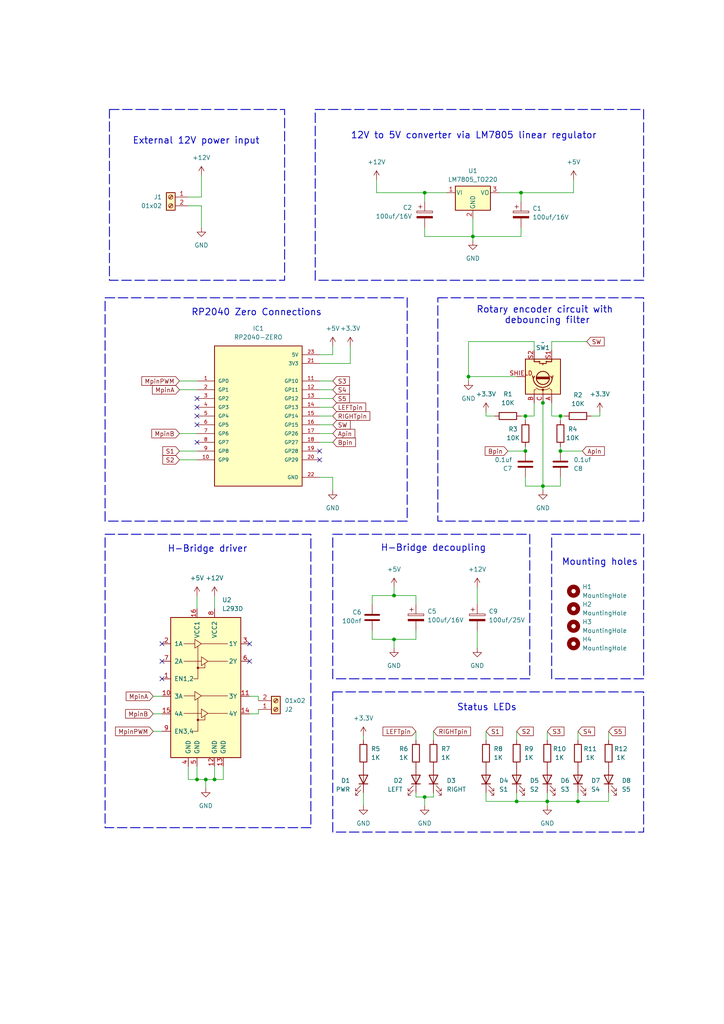
<source format=kicad_sch>
(kicad_sch (version 20231120) (generator "eeschema") (generator_version "8.0")
  (paper "A4" portrait)
  (title_block (title "Motor 12V STM Controller"))
  (lib_symbols
    (symbol "Connector:Screw_Terminal_01x02" (pin_names (offset 1.016) hide)
      (property "Reference" "J" (at 0 2.54 0))
      (property "Value" "Screw_Terminal_01x02" (at 0 -5.08 0))
      (symbol "Screw_Terminal_01x02_1_1"
        (rectangle (start -1.27 1.27) (end 1.27 -3.81) (stroke (width 0.254)) (fill (type background)))
        (circle (center 0 -2.54) (radius 0.635) (stroke (width 0.1524)))
        (polyline (pts (xy -0.5334 -2.2098) (xy 0.3302 -3.048)) (stroke (width 0.1524)))
        (polyline (pts (xy -0.5334 0.3302) (xy 0.3302 -0.508)) (stroke (width 0.1524)))
        (polyline (pts (xy -0.3556 -2.032) (xy 0.508 -2.8702)) (stroke (width 0.1524)))
        (polyline (pts (xy -0.3556 0.508) (xy 0.508 -0.3302)) (stroke (width 0.1524)))
        (circle (center 0 0) (radius 0.635) (stroke (width 0.1524)))
        (pin passive line (at -5.08 0 0) (length 3.81) (name "Pin_1") (number "1"))
        (pin passive line (at -5.08 -2.54 0) (length 3.81) (name "Pin_2") (number "2"))
      )
    )
    (symbol "Device:C" (pin_numbers hide) (pin_names (offset 0.254))
      (property "Reference" "C" (at 0.635 2.54 0))
      (property "Value" "C" (at 0.635 -2.54 0))
      (symbol "C_0_1"
        (polyline (pts (xy -2.032 -0.762) (xy 2.032 -0.762)) (stroke (width 0.508)))
        (polyline (pts (xy -2.032 0.762) (xy 2.032 0.762)) (stroke (width 0.508)))
      )
      (symbol "C_1_1"
        (pin passive line (at 0 3.81 270) (length 2.794) (name "~") (number "1"))
        (pin passive line (at 0 -3.81 90) (length 2.794) (name "~") (number "2"))
      )
    )
    (symbol "Device:C_Polarized" (pin_numbers hide) (pin_names (offset 0.254))
      (property "Reference" "C" (at 0.635 2.54 0))
      (property "Value" "C_Polarized" (at 0.635 -2.54 0))
      (symbol "C_Polarized_0_1"
        (rectangle (start -2.286 0.508) (end 2.286 1.016))
        (polyline (pts (xy -1.778 2.286) (xy -0.762 2.286)))
        (polyline (pts (xy -1.27 2.794) (xy -1.27 1.778)))
        (rectangle (start 2.286 -0.508) (end -2.286 -1.016) (fill (type outline)))
      )
      (symbol "C_Polarized_1_1"
        (pin passive line (at 0 3.81 270) (length 2.794) (name "~") (number "1"))
        (pin passive line (at 0 -3.81 90) (length 2.794) (name "~") (number "2"))
      )
    )
    (symbol "Device:LED" (pin_numbers hide) (pin_names (offset 1.016) hide)
      (property "Reference" "D" (at 0 2.54 0))
      (property "Value" "LED" (at 0 -2.54 0))
      (symbol "LED_0_1"
        (polyline (pts (xy -1.27 -1.27) (xy -1.27 1.27)) (stroke (width 0.254)))
        (polyline (pts (xy -1.27 0) (xy 1.27 0)))
        (polyline (pts (xy 1.27 -1.27) (xy 1.27 1.27) (xy -1.27 0) (xy 1.27 -1.27)) (stroke (width 0.254)))
        (polyline (pts (xy -3.048 -0.762) (xy -4.572 -2.286) (xy -3.81 -2.286) (xy -4.572 -2.286) (xy -4.572 -1.524)))
        (polyline (pts (xy -1.778 -0.762) (xy -3.302 -2.286) (xy -2.54 -2.286) (xy -3.302 -2.286) (xy -3.302 -1.524)))
      )
      (symbol "LED_1_1"
        (pin passive line (at -3.81 0 0) (length 2.54) (name "K") (number "1"))
        (pin passive line (at 3.81 0 180) (length 2.54) (name "A") (number "2"))
      )
    )
    (symbol "Device:R" (pin_numbers hide) (pin_names (offset 0))
      (property "Reference" "R" (at 2.032 0 90))
      (property "Value" "R" (at 0 0 90))
      (symbol "R_0_1"
        (rectangle (start -1.016 -2.54) (end 1.016 2.54) (stroke (width 0.254)))
      )
      (symbol "R_1_1"
        (pin passive line (at 0 3.81 270) (length 1.27) (name "~") (number "1"))
        (pin passive line (at 0 -3.81 90) (length 1.27) (name "~") (number "2"))
      )
    )
    (symbol "Device:RotaryEncoder_Switch" (pin_names (offset 0.254) hide)
      (property "Reference" "SW1" (at 8.382 0 90))
      (property "Value" "~" (at 9.906 0 90))
      (symbol "RotaryEncoder_Switch_0_1"
        (rectangle (start -5.08 5.08) (end 5.08 -5.08) (stroke (width 0.254)) (fill (type background)))
        (circle (center -3.81 0) (radius 0.254) (fill (type outline)))
        (circle (center -0.381 0) (radius 1.905) (stroke (width 0.254)))
        (arc (start -0.381 2.667) (mid -3.0988 -0.0635) (end -0.381 -2.794) (stroke (width 0.254)))
        (polyline (pts (xy -0.635 -1.778) (xy -0.635 1.778)) (stroke (width 0.254)))
        (polyline (pts (xy -0.381 -1.778) (xy -0.381 1.778)) (stroke (width 0.254)))
        (polyline (pts (xy -0.127 1.778) (xy -0.127 -1.778)) (stroke (width 0.254)))
        (polyline (pts (xy 3.81 0) (xy 3.429 0)) (stroke (width 0.254)))
        (polyline (pts (xy 3.81 1.016) (xy 3.81 -1.016)) (stroke (width 0.254)))
        (polyline (pts (xy -5.08 -2.54) (xy -3.81 -2.54) (xy -3.81 -2.032)))
        (polyline (pts (xy -5.08 2.54) (xy -3.81 2.54) (xy -3.81 2.032)))
        (polyline (pts (xy 0.254 -3.048) (xy -0.508 -2.794) (xy 0.127 -2.413)) (stroke (width 0.254)))
        (polyline (pts (xy 0.254 2.921) (xy -0.508 2.667) (xy 0.127 2.286)) (stroke (width 0.254)))
        (polyline (pts (xy 5.08 -2.54) (xy 4.318 -2.54) (xy 4.318 -1.016)) (stroke (width 0.254)))
        (polyline (pts (xy 5.08 2.54) (xy 4.318 2.54) (xy 4.318 1.016)) (stroke (width 0.254)))
        (polyline (pts (xy -5.08 0) (xy -3.81 0) (xy -3.81 -1.016) (xy -3.302 -2.032)))
        (polyline (pts (xy -4.318 0) (xy -3.81 0) (xy -3.81 1.016) (xy -3.302 2.032)))
        (circle (center 4.318 -1.016) (radius 0.127) (stroke (width 0.254)))
        (circle (center 4.318 1.016) (radius 0.127) (stroke (width 0.254)))
      )
      (symbol "RotaryEncoder_Switch_1_1"
        (pin passive line (at -7.62 2.54 0) (length 2.54) (name "A") (number "A"))
        (pin passive line (at -7.62 -2.54 0) (length 2.54) (name "B") (number "B"))
        (pin passive line (at -7.62 0 0) (length 2.54) (name "C") (number "C"))
        (pin passive line (at 7.62 2.54 180) (length 2.54) (name "S1") (number "S1"))
        (pin passive line (at 7.62 -2.54 180) (length 2.54) (name "S2") (number "S2"))
        (pin passive line (at 0 -7.62 90) (length 2.54) (name "SHIELD") (number "SHIELD"))
      )
    )
    (symbol "Driver_Motor:L293D" (pin_names (offset 1.016))
      (property "Reference" "U" (at -5.08 26.035 0))
      (property "Value" "L293D" (at -5.08 24.13 0))
      (symbol "L293D_0_1"
        (rectangle (start -10.16 22.86) (end 10.16 -17.78) (stroke (width 0.254)) (fill (type background)))
        (circle (center -2.286 -6.858) (radius 0.254) (fill (type outline)))
        (circle (center -2.286 8.255) (radius 0.254) (fill (type outline)))
        (polyline (pts (xy -6.35 -4.953) (xy -1.27 -4.953)))
        (polyline (pts (xy -6.35 0.127) (xy -3.175 0.127)))
        (polyline (pts (xy -6.35 10.16) (xy -1.27 10.16)))
        (polyline (pts (xy -6.35 15.24) (xy -3.175 15.24)))
        (polyline (pts (xy -1.27 0.127) (xy 6.35 0.127)))
        (polyline (pts (xy -1.27 15.24) (xy 6.35 15.24)))
        (polyline (pts (xy 0.635 -4.953) (xy 6.35 -4.953)))
        (polyline (pts (xy 0.635 10.16) (xy 6.35 10.16)))
        (polyline (pts (xy -2.286 -6.858) (xy -0.254 -6.858) (xy -0.254 -5.588)))
        (polyline (pts (xy -2.286 -0.635) (xy -2.286 -10.16) (xy -3.556 -10.16)))
        (polyline (pts (xy -2.286 8.255) (xy -0.254 8.255) (xy -0.254 9.525)))
        (polyline (pts (xy -2.286 14.478) (xy -2.286 5.08) (xy -3.556 5.08)))
        (polyline (pts (xy -3.175 1.397) (xy -3.175 -1.143) (xy -1.27 0.127) (xy -3.175 1.397)))
        (polyline (pts (xy -3.175 16.51) (xy -3.175 13.97) (xy -1.27 15.24) (xy -3.175 16.51)))
        (polyline (pts (xy -1.27 -3.683) (xy -1.27 -6.223) (xy 0.635 -4.953) (xy -1.27 -3.683)))
        (polyline (pts (xy -1.27 11.43) (xy -1.27 8.89) (xy 0.635 10.16) (xy -1.27 11.43)))
      )
      (symbol "L293D_1_1"
        (pin input line (at -12.7 5.08 0) (length 2.54) (name "EN1,2") (number "1"))
        (pin input line (at -12.7 0 0) (length 2.54) (name "3A") (number "10"))
        (pin output line (at 12.7 0 180) (length 2.54) (name "3Y") (number "11"))
        (pin power_in line (at 2.54 -20.32 90) (length 2.54) (name "GND") (number "12"))
        (pin power_in line (at 5.08 -20.32 90) (length 2.54) (name "GND") (number "13"))
        (pin output line (at 12.7 -5.08 180) (length 2.54) (name "4Y") (number "14"))
        (pin input line (at -12.7 -5.08 0) (length 2.54) (name "4A") (number "15"))
        (pin power_in line (at -2.54 25.4 270) (length 2.54) (name "VCC1") (number "16"))
        (pin input line (at -12.7 15.24 0) (length 2.54) (name "1A") (number "2"))
        (pin output line (at 12.7 15.24 180) (length 2.54) (name "1Y") (number "3"))
        (pin power_in line (at -5.08 -20.32 90) (length 2.54) (name "GND") (number "4"))
        (pin power_in line (at -2.54 -20.32 90) (length 2.54) (name "GND") (number "5"))
        (pin output line (at 12.7 10.16 180) (length 2.54) (name "2Y") (number "6"))
        (pin input line (at -12.7 10.16 0) (length 2.54) (name "2A") (number "7"))
        (pin power_in line (at 2.54 25.4 270) (length 2.54) (name "VCC2") (number "8"))
        (pin input line (at -12.7 -10.16 0) (length 2.54) (name "EN3,4") (number "9"))
      )
    )
    (symbol "Mechanical:MountingHole" (pin_names (offset 1.016)) (exclude_from_sim yes) (in_bom no)
      (property "Reference" "H" (at 0 5.08 0))
      (property "Value" "MountingHole" (at 0 3.175 0))
      (symbol "MountingHole_0_1"
        (circle (center 0 0) (radius 1.27) (stroke (width 1.27)))
      )
    )
    (symbol "RP2040-ZERO:RP2040-ZERO" (pin_names (offset 1.016))
      (property "Reference" "U" (at -12.7 21.082 0))
      (property "Value" "RP2040-ZERO" (at -12.7 -22.86 0))
      (symbol "RP2040-ZERO_0_0"
        (rectangle (start -12.7 -20.32) (end 12.7 20.32) (stroke (width 0.254)) (fill (type background)))
        (pin bidirectional line (at -17.78 10.16 0) (length 5.08) (name "GP0") (number "1"))
        (pin bidirectional line (at -17.78 -12.7 0) (length 5.08) (name "GP9") (number "10"))
        (pin bidirectional line (at 17.78 10.16 180) (length 5.08) (name "GP10") (number "11"))
        (pin bidirectional line (at 17.78 7.62 180) (length 5.08) (name "GP11") (number "12"))
        (pin bidirectional line (at 17.78 5.08 180) (length 5.08) (name "GP12") (number "13"))
        (pin bidirectional line (at 17.78 2.54 180) (length 5.08) (name "GP13") (number "14"))
        (pin bidirectional line (at 17.78 0 180) (length 5.08) (name "GP14") (number "15"))
        (pin bidirectional line (at 17.78 -2.54 180) (length 5.08) (name "GP15") (number "16"))
        (pin bidirectional line (at 17.78 -5.08 180) (length 5.08) (name "GP26") (number "17"))
        (pin bidirectional line (at 17.78 -7.62 180) (length 5.08) (name "GP27") (number "18"))
        (pin bidirectional line (at 17.78 -10.16 180) (length 5.08) (name "GP28") (number "19"))
        (pin bidirectional line (at -17.78 7.62 0) (length 5.08) (name "GP1") (number "2"))
        (pin bidirectional line (at 17.78 -12.7 180) (length 5.08) (name "GP29") (number "20"))
        (pin power_in line (at 17.78 15.24 180) (length 5.08) (name "3V3") (number "21"))
        (pin power_in line (at 17.78 -17.78 180) (length 5.08) (name "GND") (number "22"))
        (pin power_in line (at 17.78 17.78 180) (length 5.08) (name "5V") (number "23"))
        (pin bidirectional line (at -17.78 5.08 0) (length 5.08) (name "GP2") (number "3"))
        (pin bidirectional line (at -17.78 2.54 0) (length 5.08) (name "GP3") (number "4"))
        (pin bidirectional line (at -17.78 0 0) (length 5.08) (name "GP4") (number "5"))
        (pin bidirectional line (at -17.78 -2.54 0) (length 5.08) (name "GP5") (number "6"))
        (pin bidirectional line (at -17.78 -5.08 0) (length 5.08) (name "GP6") (number "7"))
        (pin bidirectional line (at -17.78 -7.62 0) (length 5.08) (name "GP7") (number "8"))
        (pin bidirectional line (at -17.78 -10.16 0) (length 5.08) (name "GP8") (number "9"))
      )
    )
    (symbol "Regulator_Linear:LM7805_TO220" (pin_names (offset 0.254))
      (property "Reference" "U" (at -3.81 3.175 0))
      (property "Value" "LM7805_TO220" (at 0 3.175 0))
      (symbol "LM7805_TO220_0_1"
        (rectangle (start -5.08 1.905) (end 5.08 -5.08) (stroke (width 0.254)) (fill (type background)))
      )
      (symbol "LM7805_TO220_1_1"
        (pin power_in line (at -7.62 0 0) (length 2.54) (name "VI") (number "1"))
        (pin power_in line (at 0 -7.62 90) (length 2.54) (name "GND") (number "2"))
        (pin power_out line (at 7.62 0 180) (length 2.54) (name "VO") (number "3"))
      )
    )
    (symbol "power:+12V" (power) (pin_numbers hide) (pin_names (offset 0) hide)
      (property "Value" "+12V" (at 0 3.556 0))
      (symbol "+12V_0_1"
        (polyline (pts (xy -0.762 1.27) (xy 0 2.54)))
        (polyline (pts (xy 0 0) (xy 0 2.54)))
        (polyline (pts (xy 0 2.54) (xy 0.762 1.27)))
      )
      (symbol "+12V_1_1"
        (pin power_in line (at 0 0 90) (length 0) (name "~") (number "1"))
      )
    )
    (symbol "power:+3.3V" (power) (pin_numbers hide) (pin_names (offset 0) hide)
      (property "Value" "+3.3V" (at 0 3.556 0))
      (symbol "+3.3V_0_1"
        (polyline (pts (xy -0.762 1.27) (xy 0 2.54)))
        (polyline (pts (xy 0 0) (xy 0 2.54)))
        (polyline (pts (xy 0 2.54) (xy 0.762 1.27)))
      )
      (symbol "+3.3V_1_1"
        (pin power_in line (at 0 0 90) (length 0) (name "~") (number "1"))
      )
    )
    (symbol "power:+5V" (power) (pin_numbers hide) (pin_names (offset 0) hide)
      (property "Value" "+5V" (at 0 3.556 0))
      (symbol "+5V_0_1"
        (polyline (pts (xy -0.762 1.27) (xy 0 2.54)))
        (polyline (pts (xy 0 0) (xy 0 2.54)))
        (polyline (pts (xy 0 2.54) (xy 0.762 1.27)))
      )
      (symbol "+5V_1_1"
        (pin power_in line (at 0 0 90) (length 0) (name "~") (number "1"))
      )
    )
    (symbol "power:GND" (power) (pin_numbers hide) (pin_names (offset 0) hide)
      (property "Value" "GND" (at 0 -3.81 0))
      (symbol "GND_0_1"
        (polyline (pts (xy 0 0) (xy 0 -1.27) (xy 1.27 -1.27) (xy 0 -2.54) (xy -1.27 -1.27) (xy 0 -1.27)))
      )
      (symbol "GND_1_1"
        (pin power_in line (at 0 0 270) (length 0) (name "~") (number "1"))
      )
    )
  )
  (junction (at 158.75 232.41))
  (junction (at 151.13 55.88))
  (junction (at 59.69 226.06))
  (junction (at 157.48 116.84))
  (junction (at 152.4 120.65))
  (junction (at 167.64 232.41))
  (junction (at 162.56 120.65))
  (junction (at 135.89 109.22))
  (junction (at 114.3 172.72))
  (junction (at 149.86 232.41))
  (junction (at 62.23 226.06))
  (junction (at 137.16 68.58))
  (junction (at 157.48 140.97))
  (junction (at 123.19 231.14))
  (junction (at 123.19 55.88))
  (junction (at 57.15 226.06))
  (junction (at 114.3 185.42))
  (junction (at 152.4 130.81))
  (junction (at 162.56 130.81))
  (no_connect (at 46.99 191.77))
  (no_connect (at 92.71 133.35))
  (no_connect (at 72.39 186.69))
  (no_connect (at 72.39 191.77))
  (no_connect (at 92.71 130.81))
  (no_connect (at 46.99 186.69))
  (no_connect (at 46.99 196.85))
  (no_connect (at 57.15 115.57))
  (no_connect (at 57.15 123.19))
  (no_connect (at 57.15 118.11))
  (no_connect (at 57.15 120.65))
  (no_connect (at 57.15 128.27))
  (wire (pts (xy 147.32 130.81) (xy 152.4 130.81)))
  (wire (pts (xy 92.71 120.65) (xy 96.52 120.65)))
  (wire (pts (xy 160.02 116.84) (xy 160.02 120.65)))
  (wire (pts (xy 92.71 123.19) (xy 96.52 123.19)))
  (wire (pts (xy 74.93 207.01) (xy 74.93 205.74)))
  (wire (pts (xy 92.71 128.27) (xy 96.52 128.27)))
  (wire (pts (xy 96.52 102.87) (xy 92.71 102.87)))
  (wire (pts (xy 92.71 125.73) (xy 96.52 125.73)))
  (wire (pts (xy 135.89 110.49) (xy 135.89 109.22)))
  (wire (pts (xy 176.53 229.87) (xy 176.53 232.41)))
  (wire (pts (xy 57.15 222.25) (xy 57.15 226.06)))
  (wire (pts (xy 157.48 116.84) (xy 157.48 140.97)))
  (wire (pts (xy 151.13 66.04) (xy 151.13 68.58)))
  (wire (pts (xy 149.86 229.87) (xy 149.86 232.41)))
  (wire (pts (xy 92.71 113.03) (xy 96.52 113.03)))
  (wire (pts (xy 107.95 175.26) (xy 107.95 172.72)))
  (wire (pts (xy 58.42 50.8) (xy 58.42 57.15)))
  (wire (pts (xy 140.97 232.41) (xy 149.86 232.41)))
  (wire (pts (xy 105.41 213.36) (xy 105.41 214.63)))
  (wire (pts (xy 62.23 226.06) (xy 59.69 226.06)))
  (wire (pts (xy 135.89 109.22) (xy 149.86 109.22)))
  (wire (pts (xy 157.48 115.57) (xy 157.48 116.84)))
  (wire (pts (xy 135.89 99.06) (xy 154.94 99.06)))
  (wire (pts (xy 158.75 229.87) (xy 158.75 232.41)))
  (wire (pts (xy 54.61 226.06) (xy 57.15 226.06)))
  (wire (pts (xy 123.19 55.88) (xy 123.19 58.42)))
  (wire (pts (xy 160.02 101.6) (xy 160.02 99.06)))
  (wire (pts (xy 92.71 115.57) (xy 96.52 115.57)))
  (wire (pts (xy 92.71 118.11) (xy 96.52 118.11)))
  (wire (pts (xy 160.02 99.06) (xy 170.18 99.06)))
  (wire (pts (xy 138.43 170.18) (xy 138.43 175.26)))
  (wire (pts (xy 167.64 232.41) (xy 176.53 232.41)))
  (wire (pts (xy 96.52 100.33) (xy 96.52 102.87)))
  (wire (pts (xy 123.19 231.14) (xy 123.19 233.68)))
  (wire (pts (xy 151.13 68.58) (xy 137.16 68.58)))
  (wire (pts (xy 167.64 212.09) (xy 167.64 214.63)))
  (wire (pts (xy 92.71 105.41) (xy 101.6 105.41)))
  (wire (pts (xy 167.64 229.87) (xy 167.64 232.41)))
  (wire (pts (xy 114.3 185.42) (xy 114.3 187.96)))
  (wire (pts (xy 57.15 226.06) (xy 59.69 226.06)))
  (wire (pts (xy 162.56 140.97) (xy 157.48 140.97)))
  (wire (pts (xy 120.65 182.88) (xy 120.65 185.42)))
  (wire (pts (xy 144.78 55.88) (xy 151.13 55.88)))
  (wire (pts (xy 120.65 212.09) (xy 120.65 214.63)))
  (wire (pts (xy 107.95 185.42) (xy 114.3 185.42)))
  (wire (pts (xy 109.22 55.88) (xy 109.22 52.07)))
  (wire (pts (xy 52.07 133.35) (xy 57.15 133.35)))
  (wire (pts (xy 74.93 201.93) (xy 74.93 203.2)))
  (wire (pts (xy 58.42 57.15) (xy 54.61 57.15)))
  (wire (pts (xy 44.45 212.09) (xy 46.99 212.09)))
  (wire (pts (xy 64.77 222.25) (xy 64.77 226.06)))
  (wire (pts (xy 158.75 232.41) (xy 167.64 232.41)))
  (wire (pts (xy 160.02 120.65) (xy 162.56 120.65)))
  (wire (pts (xy 58.42 59.69) (xy 54.61 59.69)))
  (wire (pts (xy 120.65 175.26) (xy 120.65 172.72)))
  (wire (pts (xy 173.99 120.65) (xy 173.99 119.38)))
  (wire (pts (xy 62.23 172.72) (xy 62.23 176.53)))
  (wire (pts (xy 138.43 182.88) (xy 138.43 187.96)))
  (wire (pts (xy 176.53 212.09) (xy 176.53 214.63)))
  (wire (pts (xy 152.4 120.65) (xy 154.94 120.65)))
  (wire (pts (xy 151.13 55.88) (xy 151.13 58.42)))
  (wire (pts (xy 54.61 222.25) (xy 54.61 226.06)))
  (wire (pts (xy 154.94 116.84) (xy 154.94 120.65)))
  (wire (pts (xy 92.71 110.49) (xy 96.52 110.49)))
  (wire (pts (xy 149.86 232.41) (xy 158.75 232.41)))
  (wire (pts (xy 152.4 120.65) (xy 152.4 121.92)))
  (wire (pts (xy 151.13 120.65) (xy 152.4 120.65)))
  (wire (pts (xy 96.52 138.43) (xy 92.71 138.43)))
  (wire (pts (xy 101.6 105.41) (xy 101.6 100.33)))
  (wire (pts (xy 125.73 229.87) (xy 125.73 231.14)))
  (wire (pts (xy 162.56 129.54) (xy 162.56 130.81)))
  (wire (pts (xy 58.42 66.04) (xy 58.42 59.69)))
  (wire (pts (xy 135.89 109.22) (xy 135.89 99.06)))
  (wire (pts (xy 120.65 185.42) (xy 114.3 185.42)))
  (wire (pts (xy 123.19 55.88) (xy 129.54 55.88)))
  (wire (pts (xy 120.65 231.14) (xy 123.19 231.14)))
  (wire (pts (xy 143.51 120.65) (xy 140.97 120.65)))
  (wire (pts (xy 137.16 63.5) (xy 137.16 68.58)))
  (wire (pts (xy 162.56 138.43) (xy 162.56 140.97)))
  (wire (pts (xy 105.41 229.87) (xy 105.41 233.68)))
  (wire (pts (xy 171.45 120.65) (xy 173.99 120.65)))
  (wire (pts (xy 114.3 172.72) (xy 114.3 170.18)))
  (wire (pts (xy 52.07 125.73) (xy 57.15 125.73)))
  (wire (pts (xy 123.19 66.04) (xy 123.19 68.58)))
  (wire (pts (xy 109.22 55.88) (xy 123.19 55.88)))
  (wire (pts (xy 157.48 140.97) (xy 157.48 142.24)))
  (wire (pts (xy 52.07 130.81) (xy 57.15 130.81)))
  (wire (pts (xy 44.45 201.93) (xy 46.99 201.93)))
  (wire (pts (xy 107.95 182.88) (xy 107.95 185.42)))
  (wire (pts (xy 59.69 228.6) (xy 59.69 226.06)))
  (wire (pts (xy 162.56 120.65) (xy 162.56 121.92)))
  (wire (pts (xy 149.86 212.09) (xy 149.86 214.63)))
  (wire (pts (xy 64.77 226.06) (xy 62.23 226.06)))
  (wire (pts (xy 107.95 172.72) (xy 114.3 172.72)))
  (wire (pts (xy 137.16 68.58) (xy 123.19 68.58)))
  (wire (pts (xy 125.73 212.09) (xy 125.73 214.63)))
  (wire (pts (xy 162.56 130.81) (xy 168.91 130.81)))
  (wire (pts (xy 154.94 99.06) (xy 154.94 101.6)))
  (wire (pts (xy 151.13 55.88) (xy 166.37 55.88)))
  (wire (pts (xy 140.97 229.87) (xy 140.97 232.41)))
  (wire (pts (xy 52.07 113.03) (xy 57.15 113.03)))
  (wire (pts (xy 137.16 68.58) (xy 137.16 69.85)))
  (wire (pts (xy 62.23 222.25) (xy 62.23 226.06)))
  (wire (pts (xy 158.75 232.41) (xy 158.75 233.68)))
  (wire (pts (xy 158.75 212.09) (xy 158.75 214.63)))
  (wire (pts (xy 140.97 212.09) (xy 140.97 214.63)))
  (wire (pts (xy 52.07 110.49) (xy 57.15 110.49)))
  (wire (pts (xy 57.15 172.72) (xy 57.15 176.53)))
  (wire (pts (xy 152.4 138.43) (xy 152.4 140.97)))
  (wire (pts (xy 152.4 129.54) (xy 152.4 130.81)))
  (wire (pts (xy 72.39 201.93) (xy 74.93 201.93)))
  (wire (pts (xy 96.52 142.24) (xy 96.52 138.43)))
  (wire (pts (xy 152.4 140.97) (xy 157.48 140.97)))
  (wire (pts (xy 125.73 231.14) (xy 123.19 231.14)))
  (wire (pts (xy 162.56 120.65) (xy 163.83 120.65)))
  (wire (pts (xy 166.37 52.07) (xy 166.37 55.88)))
  (wire (pts (xy 120.65 172.72) (xy 114.3 172.72)))
  (wire (pts (xy 44.45 207.01) (xy 46.99 207.01)))
  (wire (pts (xy 140.97 120.65) (xy 140.97 119.38)))
  (wire (pts (xy 120.65 229.87) (xy 120.65 231.14)))
  (wire (pts (xy 72.39 207.01) (xy 74.93 207.01)))
  (rectangle (start 30.48 86.36) (end 118.11 151.13) (stroke (width 0.254) (type dash)))
  (rectangle (start 31.75 31.75) (end 82.55 81.28) (stroke (width 0.254) (type dash)))
  (rectangle (start 91.44 31.75) (end 186.69 81.28) (stroke (width 0.254) (type dash)))
  (rectangle (start 160.02 154.94) (end 186.69 196.85) (stroke (width 0.254) (type dash)))
  (rectangle (start 127 86.36) (end 186.69 151.13) (stroke (width 0.254) (type dash)))
  (rectangle (start 96.52 200.66) (end 186.69 241.3) (stroke (width 0.254) (type dash)))
  (rectangle (start 30.48 154.94) (end 90.17 240.03) (stroke (width 0.254) (type dash)))
  (rectangle (start 96.52 154.94) (end 153.67 196.85) (stroke (width 0.254) (type dash)))
  (text "Mounting holes" (at 173.99 163.068 0) (effects (font (size 1.905 1.905) (thickness 0.2381))))
  (text "Rotary encoder circuit with \ndebouncing filter" (at 158.75 91.44 0) (effects (font (size 1.905 1.905) (thickness 0.2381))))
  (text "12V to 5V converter via LM7805 linear regulator" (at 137.414 39.37 0) (effects (font (size 1.905 1.905) (thickness 0.2381))))
  (text "External 12V power input" (at 56.896 40.894 0) (effects (font (size 1.905 1.905) (thickness 0.2381))))
  (text "RP2040 Zero Connections" (at 74.422 90.678 0) (effects (font (size 1.905 1.905) (thickness 0.2381))))
  (text "H-Bridge decoupling" (at 125.73 159.004 0) (effects (font (size 1.905 1.905) (thickness 0.2381))))
  (text "H-Bridge driver" (at 60.198 159.258 0) (effects (font (size 1.905 1.905) (thickness 0.2381))))
  (text "Status LEDs" (at 141.224 205.232 0) (effects (font (size 1.905 1.905) (thickness 0.2381))))
  (global_label "MpinB" (shape input) (at 44.45 207.01 180) (property "Intersheetrefs" "${INTERSHEET_REFS}" (effects (hide yes))))
  (global_label "RIGHTpin" (shape input) (at 125.73 212.09 0) (property "Intersheetrefs" "${INTERSHEET_REFS}" (effects (hide yes))))
  (global_label "MpinA" (shape input) (at 44.45 201.93 180) (property "Intersheetrefs" "${INTERSHEET_REFS}" (effects (hide yes))))
  (global_label "Bpin" (shape input) (at 96.52 128.27 0) (property "Intersheetrefs" "${INTERSHEET_REFS}" (effects (hide yes))))
  (global_label "S3" (shape input) (at 158.75 212.09 0) (property "Intersheetrefs" "${INTERSHEET_REFS}" (effects (hide yes))))
  (global_label "Apin" (shape input) (at 96.52 125.73 0) (property "Intersheetrefs" "${INTERSHEET_REFS}" (effects (hide yes))))
  (global_label "S5" (shape input) (at 176.53 212.09 0) (property "Intersheetrefs" "${INTERSHEET_REFS}" (effects (hide yes))))
  (global_label "Bpin" (shape input) (at 147.32 130.81 180) (property "Intersheetrefs" "${INTERSHEET_REFS}" (effects (hide yes))))
  (global_label "MpinPWM" (shape input) (at 52.07 110.49 180) (property "Intersheetrefs" "${INTERSHEET_REFS}" (effects (hide yes))))
  (global_label "S2" (shape input) (at 149.86 212.09 0) (property "Intersheetrefs" "${INTERSHEET_REFS}" (effects (hide yes))))
  (global_label "LEFTpin" (shape input) (at 96.52 118.11 0) (property "Intersheetrefs" "${INTERSHEET_REFS}" (effects (hide yes))))
  (global_label "S4" (shape input) (at 167.64 212.09 0) (property "Intersheetrefs" "${INTERSHEET_REFS}" (effects (hide yes))))
  (global_label "S1" (shape input) (at 140.97 212.09 0) (property "Intersheetrefs" "${INTERSHEET_REFS}" (effects (hide yes))))
  (global_label "SW" (shape input) (at 96.52 123.19 0) (property "Intersheetrefs" "${INTERSHEET_REFS}" (effects (hide yes))))
  (global_label "MpinA" (shape input) (at 52.07 113.03 180) (property "Intersheetrefs" "${INTERSHEET_REFS}" (effects (hide yes))))
  (global_label "MpinPWM" (shape input) (at 44.45 212.09 180) (property "Intersheetrefs" "${INTERSHEET_REFS}" (effects (hide yes))))
  (global_label "S4" (shape input) (at 96.52 113.03 0) (property "Intersheetrefs" "${INTERSHEET_REFS}" (effects (hide yes))))
  (global_label "MpinB" (shape input) (at 52.07 125.73 180) (property "Intersheetrefs" "${INTERSHEET_REFS}" (effects (hide yes))))
  (global_label "SW" (shape input) (at 170.18 99.06 0) (property "Intersheetrefs" "${INTERSHEET_REFS}" (effects (hide yes))))
  (global_label "S3" (shape input) (at 96.52 110.49 0) (property "Intersheetrefs" "${INTERSHEET_REFS}" (effects (hide yes))))
  (global_label "Apin" (shape input) (at 168.91 130.81 0) (property "Intersheetrefs" "${INTERSHEET_REFS}" (effects (hide yes))))
  (global_label "RIGHTpin" (shape input) (at 96.52 120.65 0) (property "Intersheetrefs" "${INTERSHEET_REFS}" (effects (hide yes))))
  (global_label "S5" (shape input) (at 96.52 115.57 0) (property "Intersheetrefs" "${INTERSHEET_REFS}" (effects (hide yes))))
  (global_label "S1" (shape input) (at 52.07 130.81 180) (property "Intersheetrefs" "${INTERSHEET_REFS}" (effects (hide yes))))
  (global_label "S2" (shape input) (at 52.07 133.35 180) (property "Intersheetrefs" "${INTERSHEET_REFS}" (effects (hide yes))))
  (global_label "LEFTpin" (shape input) (at 120.65 212.09 180) (property "Intersheetrefs" "${INTERSHEET_REFS}" (effects (hide yes))))
  (symbol (lib_id "power:+12V") (at 58.42 50.8 0) (unit 1)
    (property "Reference" "#PWR020" (effects (hide yes)))
    (property "Value" "+12V" (at 58.42 45.72 0))
    (property "Description" "Power symbol creates a global label with name \"+12V\"" (effects (hide yes)))
  )
  (symbol (lib_id "Device:LED") (at 105.41 226.06 270) (mirror x) (unit 1)
    (property "Reference" "D1" (at 101.6 226.3774 90) (effects (justify right)))
    (property "Value" "PWR" (at 101.6 228.9174 90) (effects (justify right)))
    (property "Footprint" "LED_THT:LED_Rectangular_W5.0mm_H2.0mm" (effects (hide yes)))
    (property "Description" "Light emitting diode" (effects (hide yes)))
  )
  (symbol (lib_id "Device:LED") (at 176.53 226.06 90) (unit 1)
    (property "Reference" "D8" (at 180.34 226.3774 90) (effects (justify right)))
    (property "Value" "S5" (at 180.34 228.9174 90) (effects (justify right)))
    (property "Footprint" "LED_THT:LED_Rectangular_W5.0mm_H2.0mm" (effects (hide yes)))
    (property "Description" "Light emitting diode" (effects (hide yes)))
  )
  (symbol (lib_id "Device:R") (at 176.53 218.44 0) (unit 1)
    (property "Reference" "R12" (at 180.086 217.17 0))
    (property "Value" "1K" (at 180.086 219.71 0))
    (property "Footprint" "Resistor_THT:R_Axial_DIN0204_L3.6mm_D1.6mm_P2.54mm_Vertical" (effects (hide yes)))
    (property "Description" "Resistor" (effects (hide yes)))
  )
  (symbol (lib_id "power:+5V") (at 166.37 52.07 0) (unit 1)
    (property "Reference" "#PWR03" (effects (hide yes)))
    (property "Value" "+5V" (at 166.37 46.99 0))
    (property "Description" "Power symbol creates a global label with name \"+5V\"" (effects (hide yes)))
  )
  (symbol (lib_id "power:GND") (at 137.16 69.85 0) (unit 1)
    (property "Reference" "#PWR04" (effects (hide yes)))
    (property "Value" "GND" (at 137.16 74.93 0))
    (property "Description" "Power symbol creates a global label with name \"GND\" , ground" (effects (hide yes)))
  )
  (symbol (lib_id "power:GND") (at 114.3 187.96 0) (unit 1)
    (property "Reference" "#PWR06" (effects (hide yes)))
    (property "Value" "GND" (at 114.3 193.04 0))
    (property "Description" "Power symbol creates a global label with name \"GND\" , ground" (effects (hide yes)))
  )
  (symbol (lib_id "power:+12V") (at 109.22 52.07 0) (unit 1)
    (property "Reference" "#PWR02" (effects (hide yes)))
    (property "Value" "+12V" (at 109.22 46.99 0))
    (property "Description" "Power symbol creates a global label with name \"+12V\"" (effects (hide yes)))
  )
  (symbol (lib_id "power:+5V") (at 57.15 172.72 0) (unit 1)
    (property "Reference" "#PWR017" (effects (hide yes)))
    (property "Value" "+5V" (at 57.15 167.64 0))
    (property "Description" "Power symbol creates a global label with name \"+5V\"" (effects (hide yes)))
  )
  (symbol (lib_id "Connector:Screw_Terminal_01x02") (at 49.53 57.15 0) (mirror y) (unit 1)
    (property "Reference" "J1" (at 46.99 57.1499 0) (effects (justify left)))
    (property "Value" "01x02" (at 46.99 59.6899 0) (effects (justify left)))
    (property "Footprint" "TerminalBlock:TerminalBlock_Xinya_XY308-2.54-2P_1x02_P2.54mm_Horizontal" (effects (hide yes)))
    (property "Description" "Generic screw terminal, single row, 01x02, script generated (kicad-library-utils/schlib/autogen/connector/)" (effects (hide yes)))
  )
  (symbol (lib_id "power:GND") (at 123.19 233.68 0) (unit 1)
    (property "Reference" "#PWR014" (effects (hide yes)))
    (property "Value" "GND" (at 123.19 238.76 0))
    (property "Description" "Power symbol creates a global label with name \"GND\" , ground" (effects (hide yes)))
  )
  (symbol (lib_id "Device:C") (at 152.4 134.62 180) (unit 1)
    (property "Reference" "C7" (at 148.59 135.8901 0) (effects (justify left)))
    (property "Value" "0.1uf" (at 148.59 133.3501 0) (effects (justify left)))
    (property "Footprint" "Capacitor_THT:CP_Radial_D4.0mm_P1.50mm" (effects (hide yes)))
    (property "Description" "Unpolarized capacitor" (effects (hide yes)))
  )
  (symbol (lib_id "Device:R") (at 167.64 120.65 270) (mirror x) (unit 1)
    (property "Reference" "R2" (at 167.64 114.554 90))
    (property "Value" "10K" (at 167.64 117.094 90))
    (property "Footprint" "Resistor_THT:R_Axial_DIN0204_L3.6mm_D1.6mm_P2.54mm_Vertical" (effects (hide yes)))
    (property "Description" "Resistor" (effects (hide yes)))
  )
  (symbol (lib_id "power:GND") (at 96.52 142.24 0) (unit 1)
    (property "Reference" "#PWR012" (effects (hide yes)))
    (property "Value" "GND" (at 96.52 147.32 0))
    (property "Description" "Power symbol creates a global label with name \"GND\" , ground" (effects (hide yes)))
  )
  (symbol (lib_id "Device:R") (at 149.86 218.44 0) (unit 1)
    (property "Reference" "R9" (at 153.416 217.17 0))
    (property "Value" "1K" (at 153.416 219.71 0))
    (property "Footprint" "Resistor_THT:R_Axial_DIN0204_L3.6mm_D1.6mm_P2.54mm_Vertical" (effects (hide yes)))
    (property "Description" "Resistor" (effects (hide yes)))
  )
  (symbol (lib_id "Mechanical:MountingHole") (at 166.37 171.45 0) (unit 1) (exclude_from_sim yes) (in_bom no)
    (property "Reference" "H1" (at 168.91 170.1799 0) (effects (justify left)))
    (property "Value" "MountingHole" (at 168.91 172.7199 0) (effects (justify left)))
    (property "Footprint" "MountingHole:MountingHole_2.2mm_M2" (effects (hide yes)))
    (property "Description" "Mounting Hole without connection" (effects (hide yes)))
  )
  (symbol (lib_id "Device:R") (at 167.64 218.44 0) (unit 1)
    (property "Reference" "R11" (at 171.196 217.17 0))
    (property "Value" "1K" (at 171.196 219.71 0))
    (property "Footprint" "Resistor_THT:R_Axial_DIN0204_L3.6mm_D1.6mm_P2.54mm_Vertical" (effects (hide yes)))
    (property "Description" "Resistor" (effects (hide yes)))
  )
  (symbol (lib_id "power:+3.3V") (at 173.99 119.38 0) (unit 1)
    (property "Reference" "#PWR09" (effects (hide yes)))
    (property "Value" "+3.3V" (at 173.99 114.3 0))
    (property "Description" "Power symbol creates a global label with name \"+3.3V\"" (effects (hide yes)))
  )
  (symbol (lib_id "Device:R") (at 140.97 218.44 0) (unit 1)
    (property "Reference" "R8" (at 144.526 217.17 0))
    (property "Value" "1K" (at 144.526 219.71 0))
    (property "Footprint" "Resistor_THT:R_Axial_DIN0204_L3.6mm_D1.6mm_P2.54mm_Vertical" (effects (hide yes)))
    (property "Description" "Resistor" (effects (hide yes)))
  )
  (symbol (lib_id "Device:RotaryEncoder_Switch") (at 157.48 109.22 270) (mirror x) (unit 1)
    (property "Reference" "SW1" (at 157.48 100.838 90))
    (property "Value" "~" (at 157.48 99.314 90))
    (property "Footprint" "PEC11R-4215F-S0024:XDCR_PEC11R-4215F-S0024" (effects (hide yes)))
    (property "Description" "Rotary encoder, dual channel, incremental quadrate outputs, with switch" (effects (hide yes)))
  )
  (symbol (lib_id "Regulator_Linear:LM7805_TO220") (at 137.16 55.88 0) (unit 1)
    (property "Reference" "U1" (at 137.16 49.53 0))
    (property "Value" "LM7805_TO220" (at 137.16 52.07 0))
    (property "Footprint" "Package_TO_SOT_THT:TO-220-3_Vertical" (effects (hide yes)))
    (property "Datasheet" "https://www.onsemi.cn/PowerSolutions/document/MC7800-D.PDF" (effects (hide yes)))
    (property "Description" "Positive 1A 35V Linear Regulator, Fixed Output 5V, TO-220" (effects (hide yes)))
  )
  (symbol (lib_id "power:+3.3V") (at 101.6 100.33 0) (unit 1)
    (property "Reference" "#PWR022" (effects (hide yes)))
    (property "Value" "+3.3V" (at 101.6 95.25 0))
    (property "Description" "Power symbol creates a global label with name \"+3.3V\"" (effects (hide yes)))
  )
  (symbol (lib_id "power:+5V") (at 138.43 170.18 0) (unit 1)
    (property "Reference" "#PWR023" (effects (hide yes)))
    (property "Value" "+12V" (at 138.43 165.1 0))
    (property "Description" "Power symbol creates a global label with name \"+5V\"" (effects (hide yes)))
  )
  (symbol (lib_id "Device:R") (at 120.65 218.44 0) (mirror y) (unit 1)
    (property "Reference" "R6" (at 117.094 217.17 0))
    (property "Value" "1K" (at 117.094 219.71 0))
    (property "Footprint" "Resistor_THT:R_Axial_DIN0204_L3.6mm_D1.6mm_P2.54mm_Vertical" (effects (hide yes)))
    (property "Description" "Resistor" (effects (hide yes)))
  )
  (symbol (lib_id "Device:LED") (at 140.97 226.06 90) (unit 1)
    (property "Reference" "D4" (at 144.78 226.3774 90) (effects (justify right)))
    (property "Value" "S1" (at 144.78 228.9174 90) (effects (justify right)))
    (property "Footprint" "LED_THT:LED_Rectangular_W5.0mm_H2.0mm" (effects (hide yes)))
    (property "Description" "Light emitting diode" (effects (hide yes)))
  )
  (symbol (lib_id "Device:LED") (at 125.73 226.06 90) (unit 1)
    (property "Reference" "D3" (at 129.54 226.3774 90) (effects (justify right)))
    (property "Value" "RIGHT" (at 129.54 228.9174 90) (effects (justify right)))
    (property "Footprint" "LED_THT:LED_Rectangular_W5.0mm_H2.0mm" (effects (hide yes)))
    (property "Description" "Light emitting diode" (effects (hide yes)))
  )
  (symbol (lib_id "power:+5V") (at 96.52 100.33 0) (unit 1)
    (property "Reference" "#PWR011" (effects (hide yes)))
    (property "Value" "+5V" (at 96.52 95.25 0))
    (property "Description" "Power symbol creates a global label with name \"+5V\"" (effects (hide yes)))
  )
  (symbol (lib_id "power:GND") (at 58.42 66.04 0) (unit 1)
    (property "Reference" "#PWR021" (effects (hide yes)))
    (property "Value" "GND" (at 58.42 71.12 0))
    (property "Description" "Power symbol creates a global label with name \"GND\" , ground" (effects (hide yes)))
  )
  (symbol (lib_id "Device:C") (at 107.95 179.07 0) (mirror y) (unit 1)
    (property "Reference" "C6" (at 104.902 177.546 0) (effects (justify left)))
    (property "Value" "100nf" (at 104.902 180.086 0) (effects (justify left)))
    (property "Footprint" "Capacitor_THT:CP_Radial_D4.0mm_P1.50mm" (effects (hide yes)))
    (property "Description" "Unpolarized capacitor" (effects (hide yes)))
  )
  (symbol (lib_id "Mechanical:MountingHole") (at 166.37 181.61 0) (unit 1) (exclude_from_sim yes) (in_bom no)
    (property "Reference" "H3" (at 168.91 180.3399 0) (effects (justify left)))
    (property "Value" "MountingHole" (at 168.91 182.8799 0) (effects (justify left)))
    (property "Footprint" "MountingHole:MountingHole_2.2mm_M2" (effects (hide yes)))
    (property "Description" "Mounting Hole without connection" (effects (hide yes)))
  )
  (symbol (lib_id "power:GND") (at 135.89 110.49 0) (unit 1)
    (property "Reference" "#PWR010" (effects (hide yes)))
    (property "Value" "GND" (at 135.89 115.57 0))
    (property "Description" "Power symbol creates a global label with name \"GND\" , ground" (effects (hide yes)))
  )
  (symbol (lib_id "power:GND") (at 59.69 228.6 0) (unit 1)
    (property "Reference" "#PWR019" (effects (hide yes)))
    (property "Value" "GND" (at 59.69 233.68 0))
    (property "Description" "Power symbol creates a global label with name \"GND\" , ground" (effects (hide yes)))
  )
  (symbol (lib_id "Device:R") (at 152.4 125.73 0) (mirror y) (unit 1)
    (property "Reference" "R3" (at 148.844 124.46 0))
    (property "Value" "10K" (at 148.844 127 0))
    (property "Footprint" "Resistor_THT:R_Axial_DIN0204_L3.6mm_D1.6mm_P2.54mm_Vertical" (effects (hide yes)))
    (property "Description" "Resistor" (effects (hide yes)))
  )
  (symbol (lib_id "Device:C_Polarized") (at 151.13 62.23 0) (unit 1)
    (property "Reference" "C1" (at 154.432 60.452 0) (effects (justify left)))
    (property "Value" "100uf/16V" (at 154.432 62.992 0) (effects (justify left)))
    (property "Footprint" "Capacitor_THT:CP_Radial_D4.0mm_P1.50mm" (effects (hide yes)))
    (property "Description" "Polarized capacitor" (effects (hide yes)))
  )
  (symbol (lib_id "Mechanical:MountingHole") (at 166.37 186.69 0) (unit 1) (exclude_from_sim yes) (in_bom no)
    (property "Reference" "H4" (at 168.91 185.4199 0) (effects (justify left)))
    (property "Value" "MountingHole" (at 168.91 187.9599 0) (effects (justify left)))
    (property "Footprint" "MountingHole:MountingHole_2.2mm_M2" (effects (hide yes)))
    (property "Description" "Mounting Hole without connection" (effects (hide yes)))
  )
  (symbol (lib_id "power:GND") (at 157.48 142.24 0) (unit 1)
    (property "Reference" "#PWR07" (effects (hide yes)))
    (property "Value" "GND" (at 157.48 147.32 0))
    (property "Description" "Power symbol creates a global label with name \"GND\" , ground" (effects (hide yes)))
  )
  (symbol (lib_id "Device:R") (at 147.32 120.65 90) (unit 1)
    (property "Reference" "R1" (at 147.32 114.3 90))
    (property "Value" "10K" (at 147.32 116.84 90))
    (property "Footprint" "Resistor_THT:R_Axial_DIN0204_L3.6mm_D1.6mm_P2.54mm_Vertical" (effects (hide yes)))
    (property "Description" "Resistor" (effects (hide yes)))
  )
  (symbol (lib_id "Device:C_Polarized") (at 123.19 62.23 0) (unit 1)
    (property "Reference" "C2" (at 116.84 60.198 0) (effects (justify left)))
    (property "Value" "100uf/16V" (at 108.966 62.738 0) (effects (justify left)))
    (property "Footprint" "Capacitor_THT:CP_Radial_D4.0mm_P1.50mm" (effects (hide yes)))
    (property "Description" "Polarized capacitor" (effects (hide yes)))
  )
  (symbol (lib_id "Device:LED") (at 120.65 226.06 270) (mirror x) (unit 1)
    (property "Reference" "D2" (at 116.84 226.3774 90) (effects (justify right)))
    (property "Value" "LEFT" (at 116.84 228.9174 90) (effects (justify right)))
    (property "Footprint" "LED_THT:LED_Rectangular_W5.0mm_H2.0mm" (effects (hide yes)))
    (property "Description" "Light emitting diode" (effects (hide yes)))
  )
  (symbol (lib_id "power:+3.3V") (at 140.97 119.38 0) (unit 1)
    (property "Reference" "#PWR08" (effects (hide yes)))
    (property "Value" "+3.3V" (at 140.97 114.3 0))
    (property "Description" "Power symbol creates a global label with name \"+3.3V\"" (effects (hide yes)))
  )
  (symbol (lib_id "Device:R") (at 158.75 218.44 0) (unit 1)
    (property "Reference" "R10" (at 162.306 217.17 0))
    (property "Value" "1K" (at 162.306 219.71 0))
    (property "Footprint" "Resistor_THT:R_Axial_DIN0204_L3.6mm_D1.6mm_P2.54mm_Vertical" (effects (hide yes)))
    (property "Description" "Resistor" (effects (hide yes)))
  )
  (symbol (lib_id "power:GND") (at 105.41 233.68 0) (unit 1)
    (property "Reference" "#PWR013" (effects (hide yes)))
    (property "Value" "GND" (at 105.41 238.76 0))
    (property "Description" "Power symbol creates a global label with name \"GND\" , ground" (effects (hide yes)))
  )
  (symbol (lib_id "Driver_Motor:L293D") (at 59.69 201.93 0) (unit 1)
    (property "Reference" "U2" (at 64.4241 173.99 0) (effects (justify left)))
    (property "Value" "L293D" (at 64.4241 176.53 0) (effects (justify left)))
    (property "Footprint" "Package_DIP:DIP-16_W7.62mm_LongPads" (effects (hide yes)))
    (property "Datasheet" "http://www.ti.com/lit/ds/symlink/l293.pdf" (effects (hide yes)))
    (property "Description" "Quadruple Half-H Drivers" (effects (hide yes)))
  )
  (symbol (lib_id "Mechanical:MountingHole") (at 166.37 176.53 0) (unit 1) (exclude_from_sim yes) (in_bom no)
    (property "Reference" "H2" (at 168.91 175.2599 0) (effects (justify left)))
    (property "Value" "MountingHole" (at 168.91 177.7999 0) (effects (justify left)))
    (property "Footprint" "MountingHole:MountingHole_2.2mm_M2" (effects (hide yes)))
    (property "Description" "Mounting Hole without connection" (effects (hide yes)))
  )
  (symbol (lib_id "power:+12V") (at 62.23 172.72 0) (unit 1)
    (property "Reference" "#PWR018" (effects (hide yes)))
    (property "Value" "+12V" (at 62.23 167.64 0))
    (property "Description" "Power symbol creates a global label with name \"+12V\"" (effects (hide yes)))
  )
  (symbol (lib_id "Device:R") (at 125.73 218.44 0) (unit 1)
    (property "Reference" "R7" (at 129.286 217.17 0))
    (property "Value" "1K" (at 129.286 219.71 0))
    (property "Footprint" "Resistor_THT:R_Axial_DIN0204_L3.6mm_D1.6mm_P2.54mm_Vertical" (effects (hide yes)))
    (property "Description" "Resistor" (effects (hide yes)))
  )
  (symbol (lib_id "power:+5V") (at 114.3 170.18 0) (unit 1)
    (property "Reference" "#PWR05" (effects (hide yes)))
    (property "Value" "+5V" (at 114.3 165.1 0))
    (property "Description" "Power symbol creates a global label with name \"+5V\"" (effects (hide yes)))
  )
  (symbol (lib_id "Device:C_Polarized") (at 138.43 179.07 0) (unit 1)
    (property "Reference" "C9" (at 141.732 177.292 0) (effects (justify left)))
    (property "Value" "100uf/25V" (at 141.732 179.832 0) (effects (justify left)))
    (property "Footprint" "Capacitor_THT:CP_Radial_D4.0mm_P1.50mm" (effects (hide yes)))
    (property "Description" "Polarized capacitor" (effects (hide yes)))
  )
  (symbol (lib_id "RP2040-ZERO:RP2040-ZERO") (at 74.93 120.65 0) (unit 1)
    (property "Reference" "IC1" (at 74.93 95.25 0))
    (property "Value" "RP2040-ZERO" (at 74.93 97.79 0))
    (property "Footprint" "RP2040-ZERO:MODULE_RP2040-ZERO" (effects (hide yes)))
    (property "MF" "Waveshare Electronics" (effects (hide yes)))
    (property "MAXIMUM_PACKAGE_HEIGHT" "5.35mm" (effects (hide yes)))
    (property "Package" "Package" (effects (hide yes)))
    (property "Price" "None" (effects (hide yes)))
    (property "Check_prices" "https://www.snapeda.com/parts/RP2040-ZERO/Waveshare+Electronics/view-part/?ref=eda" (effects (hide yes)))
    (property "STANDARD" "Manufacturer Recommendations" (effects (hide yes)))
    (property "PARTREV" "NA" (effects (hide yes)))
    (property "SnapEDA_Link" "https://www.snapeda.com/parts/RP2040-ZERO/Waveshare+Electronics/view-part/?ref=snap" (effects (hide yes)))
    (property "MP" "RP2040-ZERO" (effects (hide yes)))
    (property "Description_1" "\n                        \n                            Low-Cost, High-Performance Pico-Like MCU Board Based On Raspberry Pi Microcontroller RP2040\n                        \n" (effects (hide yes)))
    (property "Availability" "Not in stock" (effects (hide yes)))
    (property "MANUFACTURER" "Waveshare" (effects (hide yes)))
  )
  (symbol (lib_id "power:+5V") (at 105.41 213.36 0) (unit 1)
    (property "Reference" "#PWR016" (effects (hide yes)))
    (property "Value" "+3.3V" (at 105.41 208.28 0))
    (property "Description" "Power symbol creates a global label with name \"+5V\"" (effects (hide yes)))
  )
  (symbol (lib_id "Device:R") (at 105.41 218.44 0) (unit 1)
    (property "Reference" "R5" (at 108.966 217.17 0))
    (property "Value" "1K" (at 108.966 219.71 0))
    (property "Footprint" "Resistor_THT:R_Axial_DIN0204_L3.6mm_D1.6mm_P2.54mm_Vertical" (effects (hide yes)))
    (property "Description" "Resistor" (effects (hide yes)))
  )
  (symbol (lib_id "Device:LED") (at 167.64 226.06 90) (unit 1)
    (property "Reference" "D7" (at 171.45 226.3774 90) (effects (justify right)))
    (property "Value" "S4" (at 171.45 228.9174 90) (effects (justify right)))
    (property "Footprint" "LED_THT:LED_Rectangular_W5.0mm_H2.0mm" (effects (hide yes)))
    (property "Description" "Light emitting diode" (effects (hide yes)))
  )
  (symbol (lib_id "power:GND") (at 158.75 233.68 0) (unit 1)
    (property "Reference" "#PWR015" (effects (hide yes)))
    (property "Value" "GND" (at 158.75 238.76 0))
    (property "Description" "Power symbol creates a global label with name \"GND\" , ground" (effects (hide yes)))
  )
  (symbol (lib_id "Device:LED") (at 149.86 226.06 90) (unit 1)
    (property "Reference" "D5" (at 153.67 226.3774 90) (effects (justify right)))
    (property "Value" "S2" (at 153.67 228.9174 90) (effects (justify right)))
    (property "Footprint" "LED_THT:LED_Rectangular_W5.0mm_H2.0mm" (effects (hide yes)))
    (property "Description" "Light emitting diode" (effects (hide yes)))
  )
  (symbol (lib_id "Device:C") (at 162.56 134.62 0) (mirror x) (unit 1)
    (property "Reference" "C8" (at 166.37 135.8901 0) (effects (justify left)))
    (property "Value" "0.1uf" (at 166.37 133.3501 0) (effects (justify left)))
    (property "Footprint" "Capacitor_THT:CP_Radial_D4.0mm_P1.50mm" (effects (hide yes)))
    (property "Description" "Unpolarized capacitor" (effects (hide yes)))
  )
  (symbol (lib_id "Device:R") (at 162.56 125.73 0) (unit 1)
    (property "Reference" "R4" (at 166.116 124.46 0))
    (property "Value" "10K" (at 166.116 127 0))
    (property "Footprint" "Resistor_THT:R_Axial_DIN0204_L3.6mm_D1.6mm_P2.54mm_Vertical" (effects (hide yes)))
    (property "Description" "Resistor" (effects (hide yes)))
  )
  (symbol (lib_id "Connector:Screw_Terminal_01x02") (at 80.01 205.74 0) (mirror x) (unit 1)
    (property "Reference" "J2" (at 82.55 205.7401 0) (effects (justify left)))
    (property "Value" "01x02" (at 82.55 203.2001 0) (effects (justify left)))
    (property "Footprint" "TerminalBlock:TerminalBlock_Xinya_XY308-2.54-2P_1x02_P2.54mm_Horizontal" (effects (hide yes)))
    (property "Description" "Generic screw terminal, single row, 01x02, script generated (kicad-library-utils/schlib/autogen/connector/)" (effects (hide yes)))
  )
  (symbol (lib_id "Device:LED") (at 158.75 226.06 90) (unit 1)
    (property "Reference" "D6" (at 162.56 226.3774 90) (effects (justify right)))
    (property "Value" "S3" (at 162.56 228.9174 90) (effects (justify right)))
    (property "Footprint" "LED_THT:LED_Rectangular_W5.0mm_H2.0mm" (effects (hide yes)))
    (property "Description" "Light emitting diode" (effects (hide yes)))
  )
  (symbol (lib_id "power:GND") (at 138.43 187.96 0) (unit 1)
    (property "Reference" "#PWR024" (effects (hide yes)))
    (property "Value" "GND" (at 138.43 193.04 0))
    (property "Description" "Power symbol creates a global label with name \"GND\" , ground" (effects (hide yes)))
  )
  (symbol (lib_id "Device:C_Polarized") (at 120.65 179.07 0) (unit 1)
    (property "Reference" "C5" (at 123.952 177.292 0) (effects (justify left)))
    (property "Value" "100uf/16V" (at 123.952 179.832 0) (effects (justify left)))
    (property "Footprint" "Capacitor_THT:CP_Radial_D4.0mm_P1.50mm" (effects (hide yes)))
    (property "Description" "Polarized capacitor" (effects (hide yes)))
  )
)
</source>
